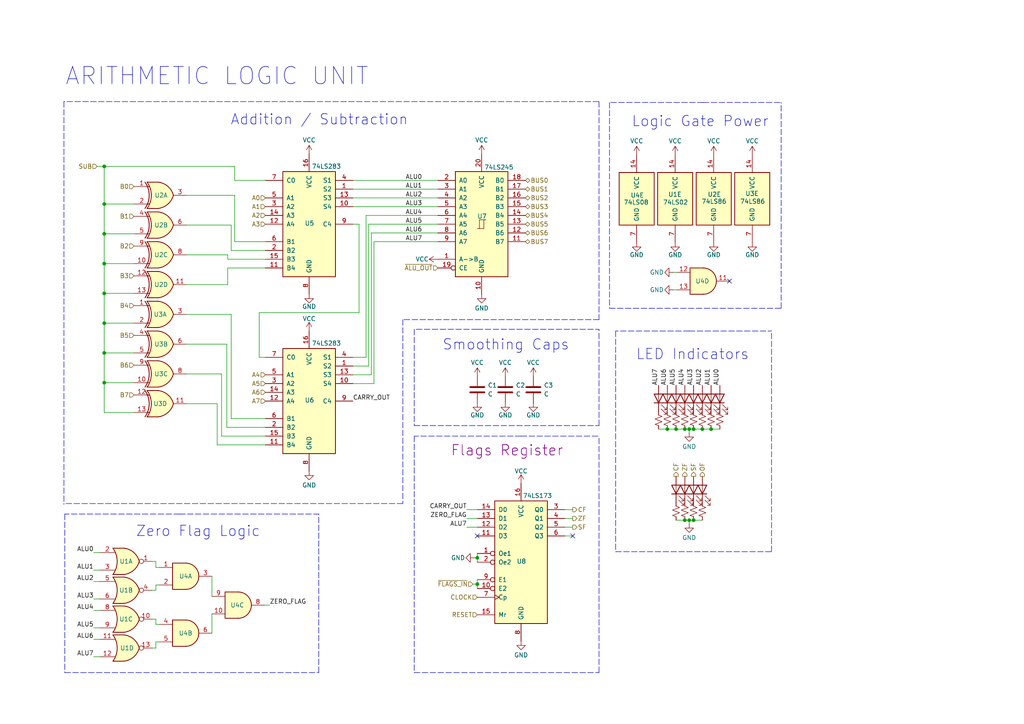
<source format=kicad_sch>
(kicad_sch (version 20211123) (generator eeschema)
  (paper "A4")
  (lib_symbols
    (symbol "74xx:74LS02" (pin_names (offset 1.016))
      (property "Reference" "U" (at 0 1.27 0))
      (property "Value" "74LS02" (at 0 -1.27 0))
      (symbol "74LS02_1_1"
        (pin output inverted (at 7.62 0 180) (length 3.81) (name "~") (number "1"))
        (pin input line (at -7.62 2.54 0) (length 4.318) (name "~") (number "2"))
        (pin input line (at -7.62 -2.54 0) (length 4.318) (name "~") (number "3"))
      )
      (symbol "74LS02_1_2"
        (pin output line (at 7.62 0 180) (length 3.81) (name "~") (number "1"))
        (pin input inverted (at -7.62 2.54 0) (length 3.81) (name "~") (number "2"))
        (pin input inverted (at -7.62 -2.54 0) (length 3.81) (name "~") (number "3"))
      )
      (symbol "74LS02_2_1"
        (pin output inverted (at 7.62 0 180) (length 3.81) (name "~") (number "4"))
        (pin input line (at -7.62 2.54 0) (length 4.318) (name "~") (number "5"))
        (pin input line (at -7.62 -2.54 0) (length 4.318) (name "~") (number "6"))
      )
      (symbol "74LS02_2_2"
        (pin output line (at 7.62 0 180) (length 3.81) (name "~") (number "4"))
        (pin input inverted (at -7.62 2.54 0) (length 3.81) (name "~") (number "5"))
        (pin input inverted (at -7.62 -2.54 0) (length 3.81) (name "~") (number "6"))
      )
      (symbol "74LS02_3_1"
        (pin output inverted (at 7.62 0 180) (length 3.81) (name "~") (number "10"))
        (pin input line (at -7.62 2.54 0) (length 4.318) (name "~") (number "8"))
        (pin input line (at -7.62 -2.54 0) (length 4.318) (name "~") (number "9"))
      )
      (symbol "74LS02_3_2"
        (pin output line (at 7.62 0 180) (length 3.81) (name "~") (number "10"))
        (pin input inverted (at -7.62 2.54 0) (length 3.81) (name "~") (number "8"))
        (pin input inverted (at -7.62 -2.54 0) (length 3.81) (name "~") (number "9"))
      )
      (symbol "74LS02_4_1"
        (pin input line (at -7.62 2.54 0) (length 4.318) (name "~") (number "11"))
        (pin input line (at -7.62 -2.54 0) (length 4.318) (name "~") (number "12"))
        (pin output inverted (at 7.62 0 180) (length 3.81) (name "~") (number "13"))
      )
      (symbol "74LS02_4_2"
        (pin input inverted (at -7.62 2.54 0) (length 3.81) (name "~") (number "11"))
        (pin input inverted (at -7.62 -2.54 0) (length 3.81) (name "~") (number "12"))
        (pin output line (at 7.62 0 180) (length 3.81) (name "~") (number "13"))
      )
      (symbol "74LS02_5_0"
        (pin power_in line (at 0 12.7 270) (length 5.08) (name "VCC") (number "14"))
        (pin power_in line (at 0 -12.7 90) (length 5.08) (name "GND") (number "7"))
      )
    )
    (symbol "74xx:74LS08" (pin_names (offset 1.016))
      (property "Reference" "U" (at 0 1.27 0))
      (property "Value" "74LS08" (at 0 -1.27 0))
      (symbol "74LS08_1_1"
        (pin input line (at -7.62 2.54 0) (length 3.81) (name "~") (number "1"))
        (pin input line (at -7.62 -2.54 0) (length 3.81) (name "~") (number "2"))
        (pin output line (at 7.62 0 180) (length 3.81) (name "~") (number "3"))
      )
      (symbol "74LS08_1_2"
        (pin input inverted (at -7.62 2.54 0) (length 4.318) (name "~") (number "1"))
        (pin input inverted (at -7.62 -2.54 0) (length 4.318) (name "~") (number "2"))
        (pin output inverted (at 7.62 0 180) (length 3.81) (name "~") (number "3"))
      )
      (symbol "74LS08_2_1"
        (pin input line (at -7.62 2.54 0) (length 3.81) (name "~") (number "4"))
        (pin input line (at -7.62 -2.54 0) (length 3.81) (name "~") (number "5"))
        (pin output line (at 7.62 0 180) (length 3.81) (name "~") (number "6"))
      )
      (symbol "74LS08_2_2"
        (pin input inverted (at -7.62 2.54 0) (length 4.318) (name "~") (number "4"))
        (pin input inverted (at -7.62 -2.54 0) (length 4.318) (name "~") (number "5"))
        (pin output inverted (at 7.62 0 180) (length 3.81) (name "~") (number "6"))
      )
      (symbol "74LS08_3_1"
        (pin input line (at -7.62 -2.54 0) (length 3.81) (name "~") (number "10"))
        (pin output line (at 7.62 0 180) (length 3.81) (name "~") (number "8"))
        (pin input line (at -7.62 2.54 0) (length 3.81) (name "~") (number "9"))
      )
      (symbol "74LS08_3_2"
        (pin input inverted (at -7.62 -2.54 0) (length 4.318) (name "~") (number "10"))
        (pin output inverted (at 7.62 0 180) (length 3.81) (name "~") (number "8"))
        (pin input inverted (at -7.62 2.54 0) (length 4.318) (name "~") (number "9"))
      )
      (symbol "74LS08_4_1"
        (pin output line (at 7.62 0 180) (length 3.81) (name "~") (number "11"))
        (pin input line (at -7.62 2.54 0) (length 3.81) (name "~") (number "12"))
        (pin input line (at -7.62 -2.54 0) (length 3.81) (name "~") (number "13"))
      )
      (symbol "74LS08_4_2"
        (pin output inverted (at 7.62 0 180) (length 3.81) (name "~") (number "11"))
        (pin input inverted (at -7.62 2.54 0) (length 4.318) (name "~") (number "12"))
        (pin input inverted (at -7.62 -2.54 0) (length 4.318) (name "~") (number "13"))
      )
      (symbol "74LS08_5_0"
        (pin power_in line (at 0 12.7 270) (length 5.08) (name "VCC") (number "14"))
        (pin power_in line (at 0 -12.7 90) (length 5.08) (name "GND") (number "7"))
      )
    )
    (symbol "74xx:74LS173" (pin_names (offset 1.016))
      (property "Reference" "U" (at -7.62 19.05 0))
      (property "Value" "74LS173" (at -7.62 -19.05 0))
      (symbol "74LS173_1_0"
        (pin input inverted (at -12.7 2.54 0) (length 5.08) (name "Oe1") (number "1"))
        (pin input inverted (at -12.7 -7.62 0) (length 5.08) (name "E2") (number "10"))
        (pin input line (at -12.7 7.62 0) (length 5.08) (name "D3") (number "11"))
        (pin input line (at -12.7 10.16 0) (length 5.08) (name "D2") (number "12"))
        (pin input line (at -12.7 12.7 0) (length 5.08) (name "D1") (number "13"))
        (pin input line (at -12.7 15.24 0) (length 5.08) (name "D0") (number "14"))
        (pin input line (at -12.7 -15.24 0) (length 5.08) (name "Mr") (number "15"))
        (pin power_in line (at 0 22.86 270) (length 5.08) (name "VCC") (number "16"))
        (pin input inverted (at -12.7 0 0) (length 5.08) (name "Oe2") (number "2"))
        (pin tri_state line (at 12.7 15.24 180) (length 5.08) (name "Q0") (number "3"))
        (pin tri_state line (at 12.7 12.7 180) (length 5.08) (name "Q1") (number "4"))
        (pin tri_state line (at 12.7 10.16 180) (length 5.08) (name "Q2") (number "5"))
        (pin tri_state line (at 12.7 7.62 180) (length 5.08) (name "Q3") (number "6"))
        (pin input clock (at -12.7 -10.16 0) (length 5.08) (name "Cp") (number "7"))
        (pin power_in line (at 0 -22.86 90) (length 5.08) (name "GND") (number "8"))
        (pin input inverted (at -12.7 -5.08 0) (length 5.08) (name "E1") (number "9"))
      )
    )
    (symbol "74xx:74LS245" (pin_names (offset 1.016))
      (property "Reference" "U" (at -7.62 16.51 0))
      (property "Value" "74LS245" (at -7.62 -16.51 0))
      (symbol "74LS245_1_0"
        (pin input line (at -12.7 -10.16 0) (length 5.08) (name "A->B") (number "1"))
        (pin power_in line (at 0 -20.32 90) (length 5.08) (name "GND") (number "10"))
        (pin tri_state line (at 12.7 -5.08 180) (length 5.08) (name "B7") (number "11"))
        (pin tri_state line (at 12.7 -2.54 180) (length 5.08) (name "B6") (number "12"))
        (pin tri_state line (at 12.7 0 180) (length 5.08) (name "B5") (number "13"))
        (pin tri_state line (at 12.7 2.54 180) (length 5.08) (name "B4") (number "14"))
        (pin tri_state line (at 12.7 5.08 180) (length 5.08) (name "B3") (number "15"))
        (pin tri_state line (at 12.7 7.62 180) (length 5.08) (name "B2") (number "16"))
        (pin tri_state line (at 12.7 10.16 180) (length 5.08) (name "B1") (number "17"))
        (pin tri_state line (at 12.7 12.7 180) (length 5.08) (name "B0") (number "18"))
        (pin input inverted (at -12.7 -12.7 0) (length 5.08) (name "CE") (number "19"))
        (pin tri_state line (at -12.7 12.7 0) (length 5.08) (name "A0") (number "2"))
        (pin power_in line (at 0 20.32 270) (length 5.08) (name "VCC") (number "20"))
        (pin tri_state line (at -12.7 10.16 0) (length 5.08) (name "A1") (number "3"))
        (pin tri_state line (at -12.7 7.62 0) (length 5.08) (name "A2") (number "4"))
        (pin tri_state line (at -12.7 5.08 0) (length 5.08) (name "A3") (number "5"))
        (pin tri_state line (at -12.7 2.54 0) (length 5.08) (name "A4") (number "6"))
        (pin tri_state line (at -12.7 0 0) (length 5.08) (name "A5") (number "7"))
        (pin tri_state line (at -12.7 -2.54 0) (length 5.08) (name "A6") (number "8"))
        (pin tri_state line (at -12.7 -5.08 0) (length 5.08) (name "A7") (number "9"))
      )
    )
    (symbol "74xx:74LS283" (pin_names (offset 1.016))
      (property "Reference" "U" (at -7.62 16.51 0))
      (property "Value" "74LS283" (at -7.62 -16.51 0))
      (symbol "74LS283_1_0"
        (pin output line (at 12.7 10.16 180) (length 5.08) (name "S2") (number "1"))
        (pin output line (at 12.7 5.08 180) (length 5.08) (name "S4") (number "10"))
        (pin input line (at -12.7 -12.7 0) (length 5.08) (name "B4") (number "11"))
        (pin input line (at -12.7 0 0) (length 5.08) (name "A4") (number "12"))
        (pin output line (at 12.7 7.62 180) (length 5.08) (name "S3") (number "13"))
        (pin input line (at -12.7 2.54 0) (length 5.08) (name "A3") (number "14"))
        (pin input line (at -12.7 -10.16 0) (length 5.08) (name "B3") (number "15"))
        (pin power_in line (at 0 20.32 270) (length 5.08) (name "VCC") (number "16"))
        (pin input line (at -12.7 -7.62 0) (length 5.08) (name "B2") (number "2"))
        (pin input line (at -12.7 5.08 0) (length 5.08) (name "A2") (number "3"))
        (pin output line (at 12.7 12.7 180) (length 5.08) (name "S1") (number "4"))
        (pin input line (at -12.7 7.62 0) (length 5.08) (name "A1") (number "5"))
        (pin input line (at -12.7 -5.08 0) (length 5.08) (name "B1") (number "6"))
        (pin input line (at -12.7 12.7 0) (length 5.08) (name "C0") (number "7"))
        (pin power_in line (at 0 -20.32 90) (length 5.08) (name "GND") (number "8"))
        (pin output line (at 12.7 0 180) (length 5.08) (name "C4") (number "9"))
      )
    )
    (symbol "74xx:74LS86" (pin_names (offset 1.016))
      (property "Reference" "U" (at 0 1.27 0))
      (property "Value" "74LS86" (at 0 -1.27 0))
      (symbol "74LS86_1_0"
        (pin input line (at -7.62 2.54 0) (length 4.445) (name "~") (number "1"))
        (pin input line (at -7.62 -2.54 0) (length 4.445) (name "~") (number "2"))
        (pin output line (at 7.62 0 180) (length 3.81) (name "~") (number "3"))
      )
      (symbol "74LS86_2_0"
        (pin input line (at -7.62 2.54 0) (length 4.445) (name "~") (number "4"))
        (pin input line (at -7.62 -2.54 0) (length 4.445) (name "~") (number "5"))
        (pin output line (at 7.62 0 180) (length 3.81) (name "~") (number "6"))
      )
      (symbol "74LS86_3_0"
        (pin input line (at -7.62 -2.54 0) (length 4.445) (name "~") (number "10"))
        (pin output line (at 7.62 0 180) (length 3.81) (name "~") (number "8"))
        (pin input line (at -7.62 2.54 0) (length 4.445) (name "~") (number "9"))
      )
      (symbol "74LS86_4_0"
        (pin output line (at 7.62 0 180) (length 3.81) (name "~") (number "11"))
        (pin input line (at -7.62 2.54 0) (length 4.445) (name "~") (number "12"))
        (pin input line (at -7.62 -2.54 0) (length 4.445) (name "~") (number "13"))
      )
      (symbol "74LS86_5_0"
        (pin power_in line (at 0 12.7 270) (length 5.08) (name "VCC") (number "14"))
        (pin power_in line (at 0 -12.7 90) (length 5.08) (name "GND") (number "7"))
      )
    )
    (symbol "Device:C" (pin_numbers hide) (pin_names (offset 0.254))
      (property "Reference" "C" (at 0.635 2.54 0))
      (property "Value" "C" (at 0.635 -2.54 0))
      (symbol "C_1_1"
        (pin passive line (at 0 3.81 270) (length 2.794) (name "~") (number "1"))
        (pin passive line (at 0 -3.81 90) (length 2.794) (name "~") (number "2"))
      )
    )
    (symbol "Device:LED" (pin_numbers hide) (pin_names (offset 1.016) hide)
      (property "Reference" "D" (at 0 2.54 0))
      (property "Value" "LED" (at 0 -2.54 0))
      (symbol "LED_1_1"
        (pin passive line (at -3.81 0 0) (length 2.54) (name "K") (number "1"))
        (pin passive line (at 3.81 0 180) (length 2.54) (name "A") (number "2"))
      )
    )
    (symbol "Device:R_Small_US" (pin_numbers hide) (pin_names (offset 0.254) hide)
      (property "Reference" "R" (at 0.762 0.508 0))
      (property "Value" "R_Small_US" (at 0.762 -1.016 0))
      (symbol "R_Small_US_1_1"
        (pin passive line (at 0 2.54 270) (length 1.016) (name "~") (number "1"))
        (pin passive line (at 0 -2.54 90) (length 1.016) (name "~") (number "2"))
      )
    )
    (symbol "power:GND" (power) (pin_names (offset 0))
      (property "Value" "GND" (at 0 -3.81 0))
      (symbol "GND_1_1"
        (pin power_in line (at 0 0 270) (length 0) hide (name "GND") (number "1"))
      )
    )
    (symbol "power:VCC" (power) (pin_names (offset 0))
      (property "Value" "VCC" (at 0 3.81 0))
      (symbol "VCC_1_1"
        (pin power_in line (at 0 0 90) (length 0) hide (name "VCC") (number "1"))
      )
    )
  )
  (junction (at 203.708 124.46))
  (junction (at 30.226 110.998))
  (junction (at 196.088 124.46))
  (junction (at 30.226 48.26))
  (junction (at 138.43 169.418))
  (junction (at 201.168 150.876))
  (junction (at 193.548 124.46))
  (junction (at 30.226 76.454))
  (junction (at 198.628 124.46))
  (junction (at 138.43 161.798))
  (junction (at 198.628 150.876))
  (junction (at 30.226 85.09))
  (junction (at 199.898 124.46))
  (junction (at 201.168 124.46))
  (junction (at 30.226 67.818))
  (junction (at 199.898 150.876))
  (junction (at 30.226 93.726))
  (junction (at 206.248 124.46))
  (junction (at 30.226 102.362))
  (junction (at 30.226 59.182))
  (no_connect (at 211.582 81.534))
  (no_connect (at 166.116 155.448))
  (no_connect (at 138.43 155.448))
  (wire (pts (xy 30.226 59.182) (xy 30.226 67.818)))
  (wire (pts (xy 30.226 102.362) (xy 30.226 93.726)))
  (wire (pts (xy 27.178 168.656) (xy 28.956 168.656)))
  (wire (pts (xy 27.178 185.42) (xy 28.956 185.42)))
  (polyline (pts (xy 165.1 29.464) (xy 173.736 29.464)))
  (wire (pts (xy 54.102 117.094) (xy 62.992 117.094)))
  (wire (pts (xy 135.382 152.908) (xy 138.43 152.908)))
  (wire (pts (xy 127 65.024) (xy 106.934 65.024)))
  (wire (pts (xy 45.212 164.592) (xy 45.212 162.814)))
  (wire (pts (xy 30.226 119.634) (xy 30.226 110.998)))
  (wire (pts (xy 27.178 190.5) (xy 28.956 190.5)))
  (wire (pts (xy 75.184 90.678) (xy 75.184 103.632)))
  (polyline (pts (xy 151.13 126.492) (xy 120.142 126.492)))
  (wire (pts (xy 106.172 103.632) (xy 106.172 62.484)))
  (polyline (pts (xy 199.898 96.012) (xy 223.774 96.012)))
  (wire (pts (xy 66.04 77.724) (xy 76.962 77.724)))
  (wire (pts (xy 195.326 84.074) (xy 196.342 84.074)))
  (polyline (pts (xy 176.784 89.408) (xy 226.568 89.408)))
  (wire (pts (xy 54.102 65.278) (xy 67.056 65.278)))
  (wire (pts (xy 201.168 124.46) (xy 203.708 124.46)))
  (polyline (pts (xy 151.13 126.492) (xy 173.736 126.492)))
  (wire (pts (xy 45.212 171.196) (xy 44.196 171.196)))
  (wire (pts (xy 30.226 67.818) (xy 38.862 67.818)))
  (wire (pts (xy 46.228 186.182) (xy 45.212 186.182)))
  (polyline (pts (xy 203.962 29.718) (xy 176.784 29.718)))
  (wire (pts (xy 54.102 56.642) (xy 68.072 56.642)))
  (polyline (pts (xy 120.142 95.504) (xy 120.142 123.444)))
  (polyline (pts (xy 92.456 195.072) (xy 92.456 149.098)))
  (wire (pts (xy 198.628 124.46) (xy 199.898 124.46)))
  (wire (pts (xy 67.056 121.412) (xy 67.056 91.186)))
  (polyline (pts (xy 52.07 149.098) (xy 92.456 149.098)))
  (wire (pts (xy 30.226 85.09) (xy 30.226 76.454)))
  (wire (pts (xy 76.962 126.492) (xy 64.262 126.492)))
  (wire (pts (xy 138.43 169.418) (xy 138.43 170.688)))
  (wire (pts (xy 137.668 161.798) (xy 138.43 161.798)))
  (wire (pts (xy 163.83 155.448) (xy 166.116 155.448)))
  (polyline (pts (xy 173.736 92.71) (xy 116.84 92.71)))
  (wire (pts (xy 107.696 108.712) (xy 107.696 67.564)))
  (polyline (pts (xy 120.142 126.492) (xy 120.142 195.072)))
  (polyline (pts (xy 52.07 149.098) (xy 18.796 149.098)))
  (wire (pts (xy 137.16 169.418) (xy 138.43 169.418)))
  (wire (pts (xy 76.708 175.514) (xy 78.232 175.514)))
  (wire (pts (xy 102.362 57.404) (xy 127 57.404)))
  (wire (pts (xy 66.04 82.55) (xy 66.04 77.724)))
  (wire (pts (xy 199.898 124.46) (xy 199.898 125.476)))
  (wire (pts (xy 38.862 76.454) (xy 30.226 76.454)))
  (polyline (pts (xy 138.43 95.504) (xy 120.142 95.504)))
  (wire (pts (xy 68.072 56.642) (xy 68.072 70.104)))
  (wire (pts (xy 45.212 179.578) (xy 44.196 179.578)))
  (wire (pts (xy 106.172 62.484) (xy 127 62.484)))
  (wire (pts (xy 199.898 124.46) (xy 201.168 124.46)))
  (wire (pts (xy 76.962 70.104) (xy 68.072 70.104)))
  (wire (pts (xy 30.226 110.998) (xy 30.226 102.362)))
  (polyline (pts (xy 116.84 146.05) (xy 18.542 146.05)))
  (wire (pts (xy 27.178 182.118) (xy 28.956 182.118)))
  (wire (pts (xy 76.962 121.412) (xy 67.056 121.412)))
  (wire (pts (xy 68.072 48.26) (xy 30.226 48.26)))
  (wire (pts (xy 62.992 129.032) (xy 76.962 129.032)))
  (wire (pts (xy 102.362 65.024) (xy 104.14 65.024)))
  (wire (pts (xy 67.056 72.644) (xy 76.962 72.644)))
  (wire (pts (xy 30.226 48.26) (xy 30.226 59.182)))
  (wire (pts (xy 75.184 103.632) (xy 76.962 103.632)))
  (wire (pts (xy 102.362 103.632) (xy 106.172 103.632)))
  (wire (pts (xy 196.088 124.46) (xy 198.628 124.46)))
  (wire (pts (xy 138.43 160.528) (xy 138.43 161.798)))
  (wire (pts (xy 45.212 181.102) (xy 45.212 179.578)))
  (polyline (pts (xy 18.542 29.464) (xy 18.542 146.304)))
  (polyline (pts (xy 138.43 95.504) (xy 173.736 95.504)))
  (wire (pts (xy 27.178 160.274) (xy 28.956 160.274)))
  (polyline (pts (xy 173.736 195.072) (xy 173.736 126.492)))
  (wire (pts (xy 163.83 147.828) (xy 166.116 147.828)))
  (wire (pts (xy 65.786 123.952) (xy 76.962 123.952)))
  (wire (pts (xy 27.178 165.354) (xy 28.956 165.354)))
  (polyline (pts (xy 178.562 160.02) (xy 223.774 160.02)))
  (wire (pts (xy 64.262 108.458) (xy 54.102 108.458)))
  (wire (pts (xy 28.194 48.26) (xy 30.226 48.26)))
  (wire (pts (xy 104.14 90.678) (xy 75.184 90.678)))
  (wire (pts (xy 61.468 167.132) (xy 61.468 172.974)))
  (wire (pts (xy 206.248 124.46) (xy 208.788 124.46)))
  (wire (pts (xy 54.102 82.55) (xy 66.04 82.55)))
  (polyline (pts (xy 173.736 29.464) (xy 173.736 92.71)))
  (wire (pts (xy 38.862 110.998) (xy 30.226 110.998)))
  (wire (pts (xy 45.212 169.672) (xy 45.212 171.196)))
  (wire (pts (xy 106.934 106.172) (xy 102.362 106.172)))
  (wire (pts (xy 38.862 119.634) (xy 30.226 119.634)))
  (wire (pts (xy 201.168 150.876) (xy 203.708 150.876)))
  (wire (pts (xy 108.458 70.104) (xy 108.458 111.252)))
  (polyline (pts (xy 223.774 160.02) (xy 223.774 96.012)))
  (polyline (pts (xy 226.568 89.408) (xy 226.568 29.718)))
  (polyline (pts (xy 120.142 195.072) (xy 173.736 195.072)))
  (wire (pts (xy 38.862 59.182) (xy 30.226 59.182)))
  (wire (pts (xy 62.992 117.094) (xy 62.992 129.032)))
  (polyline (pts (xy 18.796 149.098) (xy 18.796 195.072)))
  (wire (pts (xy 38.862 85.09) (xy 30.226 85.09)))
  (wire (pts (xy 30.226 76.454) (xy 30.226 67.818)))
  (polyline (pts (xy 176.784 29.718) (xy 176.784 89.408)))
  (wire (pts (xy 108.458 111.252) (xy 102.362 111.252)))
  (wire (pts (xy 203.708 124.46) (xy 206.248 124.46)))
  (wire (pts (xy 76.962 52.324) (xy 68.072 52.324)))
  (wire (pts (xy 45.212 187.96) (xy 44.196 187.96)))
  (wire (pts (xy 46.228 164.592) (xy 45.212 164.592)))
  (wire (pts (xy 67.056 65.278) (xy 67.056 72.644)))
  (wire (pts (xy 46.228 169.672) (xy 45.212 169.672)))
  (wire (pts (xy 104.14 65.024) (xy 104.14 90.678)))
  (wire (pts (xy 163.83 150.368) (xy 166.116 150.368)))
  (wire (pts (xy 193.548 124.46) (xy 196.088 124.46)))
  (wire (pts (xy 38.862 93.726) (xy 30.226 93.726)))
  (wire (pts (xy 65.786 99.822) (xy 65.786 123.952)))
  (polyline (pts (xy 120.142 123.444) (xy 173.736 123.444)))
  (wire (pts (xy 199.898 150.876) (xy 201.168 150.876)))
  (wire (pts (xy 27.178 177.038) (xy 28.956 177.038)))
  (wire (pts (xy 66.04 75.184) (xy 66.04 73.914)))
  (polyline (pts (xy 178.562 96.012) (xy 178.562 160.02)))
  (polyline (pts (xy 203.962 29.718) (xy 226.568 29.718)))
  (wire (pts (xy 138.43 161.798) (xy 138.43 163.068)))
  (wire (pts (xy 191.008 124.46) (xy 193.548 124.46)))
  (wire (pts (xy 38.862 102.362) (xy 30.226 102.362)))
  (polyline (pts (xy 173.736 123.444) (xy 173.736 95.504)))
  (wire (pts (xy 102.362 54.864) (xy 127 54.864)))
  (wire (pts (xy 196.088 150.876) (xy 198.628 150.876)))
  (wire (pts (xy 135.382 150.368) (xy 138.43 150.368)))
  (wire (pts (xy 102.362 59.944) (xy 127 59.944)))
  (wire (pts (xy 30.226 93.726) (xy 30.226 85.09)))
  (wire (pts (xy 45.212 162.814) (xy 44.196 162.814)))
  (wire (pts (xy 27.178 173.736) (xy 28.956 173.736)))
  (wire (pts (xy 76.962 75.184) (xy 66.04 75.184)))
  (wire (pts (xy 195.326 78.994) (xy 196.342 78.994)))
  (wire (pts (xy 66.04 73.914) (xy 54.102 73.914)))
  (polyline (pts (xy 89.662 29.464) (xy 165.354 29.464)))
  (wire (pts (xy 107.696 67.564) (xy 127 67.564)))
  (wire (pts (xy 163.83 152.908) (xy 166.116 152.908)))
  (wire (pts (xy 61.468 178.054) (xy 61.468 183.642)))
  (wire (pts (xy 138.43 168.148) (xy 138.43 169.418)))
  (wire (pts (xy 46.228 181.102) (xy 45.212 181.102)))
  (wire (pts (xy 45.212 186.182) (xy 45.212 187.96)))
  (wire (pts (xy 106.934 65.024) (xy 106.934 106.172)))
  (polyline (pts (xy 18.796 195.072) (xy 92.456 195.072)))
  (polyline (pts (xy 199.898 96.012) (xy 178.562 96.012)))
  (wire (pts (xy 68.072 52.324) (xy 68.072 48.26)))
  (wire (pts (xy 127 70.104) (xy 108.458 70.104)))
  (wire (pts (xy 64.262 126.492) (xy 64.262 108.458)))
  (polyline (pts (xy 89.662 29.464) (xy 18.542 29.464)))
  (wire (pts (xy 102.362 52.324) (xy 127 52.324)))
  (wire (pts (xy 102.362 108.712) (xy 107.696 108.712)))
  (wire (pts (xy 198.628 150.876) (xy 199.898 150.876)))
  (wire (pts (xy 67.056 91.186) (xy 54.102 91.186)))
  (polyline (pts (xy 116.84 92.71) (xy 116.84 146.05)))
  (wire (pts (xy 54.102 99.822) (xy 65.786 99.822)))
  (wire (pts (xy 135.382 147.828) (xy 138.43 147.828)))
  (wire (pts (xy 199.898 151.892) (xy 199.898 150.876)))
  (text "Addition / Subtraction" (at 66.802 36.576 0) (effects (font (size 3 3)) (justify left bottom)))
  (text "Logic Gate Power" (at 183.134 37.084 0) (effects (font (size 3 3)) (justify left bottom)))
  (text "ARITHMETIC LOGIC UNIT" (at 18.796 25.146 0) (effects (font (size 5 5)) (justify left bottom)))
  (text "LED Indicators" (at 184.404 104.648 0) (effects (font (size 3 3)) (justify left bottom)))
  (text "Smoothing Caps" (at 128.27 101.854 0) (effects (font (size 3 3)) (justify left bottom)))
  (text "Zero Flag Logic" (at 39.37 155.956 0) (effects (font (size 3 3)) (justify left bottom)))
  (label "ALU5" (at 27.178 182.118 180))
  (label "ZERO_FLAG" (at 78.232 175.514 0))
  (label "ALU5" (at 196.088 111.76 90))
  (label "ALU0" (at 117.602 52.324 0))
  (label "ALU7" (at 191.008 111.76 90))
  (label "ALU3" (at 117.602 59.944 0))
  (label "ALU5" (at 117.602 65.024 0))
  (label "ALU1" (at 206.248 111.76 90))
  (label "ALU7" (at 27.178 190.5 180))
  (label "ALU6" (at 27.178 185.42 180))
  (label "ALU2" (at 117.602 57.404 0))
  (label "ALU4" (at 198.628 111.76 90))
  (label "ALU6" (at 117.602 67.564 0))
  (label "ALU3" (at 201.168 111.76 90))
  (label "CARRY_OUT" (at 102.362 116.332 0))
  (label "ALU1" (at 27.178 165.354 180))
  (label "ZERO_FLAG" (at 135.382 150.368 180))
  (label "ALU2" (at 203.708 111.76 90))
  (label "CARRY_OUT" (at 135.382 147.828 180))
  (label "ALU4" (at 27.178 177.038 180))
  (label "ALU2" (at 27.178 168.656 180))
  (label "ALU7" (at 117.602 70.104 0))
  (label "ALU7" (at 135.382 152.908 180))
  (label "ALU3" (at 27.178 173.736 180))
  (label "ALU1" (at 117.602 54.864 0))
  (label "ALU0" (at 27.178 160.274 180))
  (label "ALU6" (at 193.548 111.76 90))
  (label "ALU4" (at 117.602 62.484 0))
  (label "ALU0" (at 208.788 111.76 90))
  (hierarchical_label "SF" (shape output) (at 166.116 152.908 0))
  (hierarchical_label "CF" (shape output) (at 196.088 138.176 90))
  (hierarchical_label "A3" (shape input) (at 76.962 65.024 180))
  (hierarchical_label "CLOCK" (shape input) (at 138.43 173.228 180))
  (hierarchical_label "BUS4" (shape tri_state) (at 152.4 62.484 0))
  (hierarchical_label "~{ALU_OUT}" (shape input) (at 127 77.724 180))
  (hierarchical_label "A2" (shape input) (at 76.962 62.484 180))
  (hierarchical_label "BUS0" (shape tri_state) (at 152.4 52.324 0))
  (hierarchical_label "B4" (shape input) (at 38.862 88.646 180))
  (hierarchical_label "~{FLAGS_IN}" (shape input) (at 137.16 169.418 180))
  (hierarchical_label "A1" (shape input) (at 76.962 59.944 180))
  (hierarchical_label "BUS2" (shape tri_state) (at 152.4 57.404 0))
  (hierarchical_label "A6" (shape input) (at 76.962 113.792 180))
  (hierarchical_label "ZF" (shape output) (at 198.628 138.176 90))
  (hierarchical_label "BUS1" (shape tri_state) (at 152.4 54.864 0))
  (hierarchical_label "B6" (shape input) (at 38.862 105.918 180))
  (hierarchical_label "BUS3" (shape tri_state) (at 152.4 59.944 0))
  (hierarchical_label "B0" (shape input) (at 38.862 54.102 180))
  (hierarchical_label "ZF" (shape output) (at 166.116 150.368 0))
  (hierarchical_label "B3" (shape input) (at 38.862 80.01 180))
  (hierarchical_label "SUB" (shape input) (at 28.194 48.26 180))
  (hierarchical_label "OF" (shape output) (at 203.708 138.176 90))
  (hierarchical_label "BUS7" (shape tri_state) (at 152.4 70.104 0))
  (hierarchical_label "A7" (shape input) (at 76.962 116.332 180))
  (hierarchical_label "CF" (shape output) (at 166.116 147.828 0))
  (hierarchical_label "B2" (shape input) (at 38.862 71.374 180))
  (hierarchical_label "B5" (shape input) (at 38.862 97.282 180))
  (hierarchical_label "BUS6" (shape tri_state) (at 152.4 67.564 0))
  (hierarchical_label "RESET" (shape input) (at 138.43 178.308 180))
  (hierarchical_label "B1" (shape input) (at 38.862 62.738 180))
  (hierarchical_label "SF" (shape output) (at 201.168 138.176 90))
  (hierarchical_label "B7" (shape input) (at 38.862 114.554 180))
  (hierarchical_label "A4" (shape input) (at 76.962 108.712 180))
  (hierarchical_label "BUS5" (shape tri_state) (at 152.4 65.024 0))
  (hierarchical_label "A5" (shape input) (at 76.962 111.252 180))
  (hierarchical_label "A0" (shape input) (at 76.962 57.404 180))
  (symbol (lib_id "Device:R_Small_US") (at 201.168 121.92 0) (unit 1)
    (property "Reference" "R7" (effects hide))
    (property "Value" "R_Small_US" (effects hide))
    (property "Footprint" "Resistor_SMD:R_0805_2012Metric" (effects hide))
  )
  (symbol (lib_id "power:VCC") (at 207.01 44.958 0) (unit 1)
    (property "Reference" "#PWR025" (effects hide))
    (property "Value" "VCC" (at 207.01 40.894 0))
  )
  (symbol (lib_id "74xx:74LS86") (at 46.482 91.186 0) (unit 1)
    (property "Reference" "U3" (at 46.482 91.186 0))
    (property "Value" "74LS86" (effects hide))
    (property "Datasheet" "74xx/74ls86.pdf" (effects hide))
  )
  (symbol (lib_id "Device:R_Small_US") (at 203.708 121.92 0) (unit 1)
    (property "Reference" "R9" (effects hide))
    (property "Value" "R_Small_US" (effects hide))
    (property "Footprint" "Resistor_SMD:R_0805_2012Metric" (effects hide))
  )
  (symbol (lib_id "power:GND") (at 146.558 116.84 0) (unit 1)
    (property "Reference" "#PWR012" (effects hide))
    (property "Value" "GND" (at 146.558 120.396 0))
  )
  (symbol (lib_id "Device:R_Small_US") (at 203.708 148.336 0) (unit 1)
    (property "Reference" "R10" (effects hide))
    (property "Value" "R_Small_US" (effects hide))
    (property "Footprint" "Resistor_SMD:R_0805_2012Metric" (effects hide))
  )
  (symbol (lib_id "Device:R_Small_US") (at 201.168 148.336 0) (unit 1)
    (property "Reference" "R8" (effects hide))
    (property "Value" "R_Small_US" (effects hide))
    (property "Footprint" "Resistor_SMD:R_0805_2012Metric" (effects hide))
  )
  (symbol (lib_id "Device:R_Small_US") (at 193.548 121.92 0) (unit 1)
    (property "Reference" "R2" (effects hide))
    (property "Value" "R_Small_US" (effects hide))
    (property "Footprint" "Resistor_SMD:R_0805_2012Metric" (effects hide))
  )
  (symbol (lib_id "74xx:74LS08") (at 184.658 57.658 0) (unit 5)
    (property "Reference" "U4" (at 182.88 56.642 0) (effects (justify left)))
    (property "Value" "74LS08" (at 180.848 58.674 0) (effects (justify left)))
    (property "Footprint" "Package_SO:TSSOP-14_4.4x5mm_P0.65mm" (effects hide))
    (property "Datasheet" "http://www.ti.com/lit/gpn/sn74LS08" (effects hide))
  )
  (symbol (lib_id "74xx:74LS86") (at 46.482 65.278 0) (unit 2)
    (property "Reference" "U2" (at 46.736 65.278 0))
    (property "Value" "74LS86" (effects hide))
    (property "Datasheet" "74xx/74ls86.pdf" (effects hide))
  )
  (symbol (lib_id "74xx:74LS173") (at 151.13 163.068 0) (unit 1)
    (property "Reference" "U8" (at 149.86 162.814 0) (effects (justify left)))
    (property "Value" "74LS173" (at 151.638 143.764 0) (effects (justify left)))
    (property "Footprint" "Package_SO:TSSOP-16_4.4x5mm_P0.65mm" (effects hide))
    (property "Datasheet" "http://www.ti.com/lit/gpn/sn74LS173" (effects hide))
    (property "Field4" "Flags Register" (at 147.066 130.556 0) (effects (font (size 3 3))))
  )
  (symbol (lib_id "power:VCC") (at 139.7 44.704 0) (unit 1)
    (property "Reference" "#PWR09" (effects hide))
    (property "Value" "VCC" (at 139.7 40.64 0))
  )
  (symbol (lib_id "power:VCC") (at 89.662 44.704 0) (unit 1)
    (property "Reference" "#PWR01" (effects hide))
    (property "Value" "VCC" (at 89.662 40.64 0))
  )
  (symbol (lib_id "Device:C") (at 146.558 113.03 0) (unit 1)
    (property "Reference" "C2" (at 149.606 111.7599 0) (effects (justify left)))
    (property "Value" "C" (at 149.606 114.2999 0) (effects (justify left)))
    (property "Footprint" "Capacitor_SMD:C_0805_2012Metric" (effects hide))
  )
  (symbol (lib_id "Device:R_Small_US") (at 196.088 121.92 0) (unit 1)
    (property "Reference" "R3" (effects hide))
    (property "Value" "R_Small_US" (effects hide))
    (property "Footprint" "Resistor_SMD:R_0805_2012Metric" (effects hide))
  )
  (symbol (lib_id "Device:LED") (at 201.168 115.57 90) (unit 1)
    (property "Reference" "D7" (effects hide))
    (property "Value" "LED" (effects hide))
    (property "Footprint" "LED_SMD:LED_0805_2012Metric" (effects hide))
  )
  (symbol (lib_id "74xx:74LS08") (at 53.848 167.132 0) (unit 1)
    (property "Reference" "U4" (at 53.848 167.132 0))
    (property "Value" "74LS08" (effects hide))
    (property "Footprint" "Package_SO:TSSOP-14_4.4x5mm_P0.65mm" (effects hide))
    (property "Datasheet" "http://www.ti.com/lit/gpn/sn74LS08" (effects hide))
  )
  (symbol (lib_id "74xx:74LS86") (at 46.482 108.458 0) (unit 3)
    (property "Reference" "U3" (at 46.736 108.458 0))
    (property "Value" "74LS86" (effects hide))
    (property "Datasheet" "74xx/74ls86.pdf" (effects hide))
  )
  (symbol (lib_id "power:GND") (at 218.186 70.358 0) (unit 1)
    (property "Reference" "#PWR028" (effects hide))
    (property "Value" "GND" (at 218.186 73.914 0))
  )
  (symbol (lib_id "Device:C") (at 138.43 113.03 0) (unit 1)
    (property "Reference" "C1" (at 141.478 111.7599 0) (effects (justify left)))
    (property "Value" "C" (at 141.478 114.2999 0) (effects (justify left)))
    (property "Footprint" "Capacitor_SMD:C_0805_2012Metric" (effects hide))
  )
  (symbol (lib_id "74xx:74LS86") (at 218.186 57.658 0) (unit 5)
    (property "Reference" "U3" (at 216.154 56.134 0) (effects (justify left)))
    (property "Value" "74LS86" (at 214.63 58.42 0) (effects (justify left)))
    (property "Footprint" "Package_SO:TSSOP-14_4.4x5mm_P0.65mm" (effects hide))
    (property "Datasheet" "74xx/74ls86.pdf" (effects hide))
  )
  (symbol (lib_id "74xx:74LS02") (at 36.576 171.196 0) (unit 2)
    (property "Reference" "U1" (at 36.576 171.196 0))
    (property "Value" "74LS02" (effects hide))
    (property "Datasheet" "http://www.ti.com/lit/gpn/sn74ls02" (effects hide))
  )
  (symbol (lib_id "74xx:74LS08") (at 69.088 175.514 0) (unit 3)
    (property "Reference" "U4" (at 68.834 175.514 0))
    (property "Value" "74LS08" (effects hide))
    (property "Footprint" "Package_SO:TSSOP-14_4.4x5mm_P0.65mm" (effects hide))
    (property "Datasheet" "http://www.ti.com/lit/gpn/sn74LS08" (effects hide))
  )
  (symbol (lib_id "74xx:74LS86") (at 46.482 117.094 0) (unit 4)
    (property "Reference" "U3" (at 46.482 117.094 0))
    (property "Value" "74LS86" (effects hide))
    (property "Datasheet" "74xx/74ls86.pdf" (effects hide))
  )
  (symbol (lib_id "74xx:74LS283") (at 89.662 65.024 0) (unit 1)
    (property "Reference" "U5" (at 88.392 64.77 0) (effects (justify left)))
    (property "Value" "74LS283" (at 90.424 48.26 0) (effects (justify left)))
    (property "Footprint" "Package_SO:SOIC-16_3.9x9.9mm_P1.27mm" (effects hide))
    (property "Datasheet" "http://www.ti.com/lit/gpn/sn74LS283" (effects hide))
  )
  (symbol (lib_id "power:VCC") (at 154.686 109.22 0) (unit 1)
    (property "Reference" "#PWR015" (effects hide))
    (property "Value" "VCC" (at 154.686 105.156 0))
  )
  (symbol (lib_id "power:GND") (at 195.834 70.358 0) (unit 1)
    (property "Reference" "#PWR022" (effects hide))
    (property "Value" "GND" (at 195.834 73.914 0))
  )
  (symbol (lib_id "power:GND") (at 195.326 78.994 270) (unit 1)
    (property "Reference" "#PWR019" (effects hide))
    (property "Value" "GND" (at 190.5 78.994 90))
  )
  (symbol (lib_id "Device:LED") (at 191.008 115.57 90) (unit 1)
    (property "Reference" "D1" (effects hide))
    (property "Value" "LED" (effects hide))
    (property "Footprint" "LED_SMD:LED_0805_2012Metric" (effects hide))
  )
  (symbol (lib_id "74xx:74LS86") (at 46.482 99.822 0) (unit 2)
    (property "Reference" "U3" (at 46.736 99.822 0))
    (property "Value" "74LS86" (effects hide))
    (property "Datasheet" "74xx/74ls86.pdf" (effects hide))
  )
  (symbol (lib_id "74xx:74LS02") (at 36.576 187.96 0) (unit 4)
    (property "Reference" "U1" (at 36.83 187.96 0))
    (property "Value" "74LS02" (effects hide))
    (property "Datasheet" "http://www.ti.com/lit/gpn/sn74ls02" (effects hide))
  )
  (symbol (lib_id "Device:LED") (at 196.088 141.986 90) (unit 1)
    (property "Reference" "D4" (effects hide))
    (property "Value" "LED" (effects hide))
    (property "Footprint" "LED_SMD:LED_0805_2012Metric" (effects hide))
  )
  (symbol (lib_id "74xx:74LS245") (at 139.7 65.024 0) (unit 1)
    (property "Reference" "U7" (at 138.43 62.738 0) (effects (justify left)))
    (property "Value" "74LS245" (at 140.462 48.514 0) (effects (justify left)))
    (property "Footprint" "Package_SO:TSSOP-20_4.4x6.5mm_P0.65mm" (effects hide))
    (property "Datasheet" "http://www.ti.com/lit/gpn/sn74LS245" (effects hide))
  )
  (symbol (lib_id "Device:R_Small_US") (at 206.248 121.92 0) (unit 1)
    (property "Reference" "R11" (effects hide))
    (property "Value" "R_Small_US" (effects hide))
    (property "Footprint" "Resistor_SMD:R_0805_2012Metric" (effects hide))
  )
  (symbol (lib_id "power:VCC") (at 89.662 96.012 0) (unit 1)
    (property "Reference" "#PWR03" (effects hide))
    (property "Value" "VCC" (at 89.662 92.456 0))
  )
  (symbol (lib_id "Device:C") (at 154.686 113.03 0) (unit 1)
    (property "Reference" "C3" (at 157.734 111.7599 0) (effects (justify left)))
    (property "Value" "C" (at 157.734 114.2999 0) (effects (justify left)))
    (property "Footprint" "Capacitor_SMD:C_0805_2012Metric" (effects hide))
  )
  (symbol (lib_id "power:VCC") (at 127 75.184 90) (unit 1)
    (property "Reference" "#PWR05" (effects hide))
    (property "Value" "VCC" (at 122.428 75.184 90))
  )
  (symbol (lib_id "power:GND") (at 207.01 70.358 0) (unit 1)
    (property "Reference" "#PWR026" (effects hide))
    (property "Value" "GND" (at 207.01 73.914 0))
  )
  (symbol (lib_id "power:GND") (at 199.898 151.892 0) (unit 1)
    (property "Reference" "#PWR024" (effects hide))
    (property "Value" "GND" (at 199.898 155.956 0))
  )
  (symbol (lib_id "Device:LED") (at 196.088 115.57 90) (unit 1)
    (property "Reference" "D3" (effects hide))
    (property "Value" "LED" (effects hide))
    (property "Footprint" "LED_SMD:LED_0805_2012Metric" (effects hide))
  )
  (symbol (lib_id "power:GND") (at 89.662 136.652 0) (unit 1)
    (property "Reference" "#PWR04" (effects hide))
    (property "Value" "GND" (at 89.662 140.716 0))
  )
  (symbol (lib_id "74xx:74LS08") (at 203.962 81.534 0) (unit 4)
    (property "Reference" "U4" (at 203.708 81.534 0))
    (property "Value" "74LS08" (effects hide))
    (property "Footprint" "Package_SO:TSSOP-14_4.4x5mm_P0.65mm" (effects hide))
    (property "Datasheet" "http://www.ti.com/lit/gpn/sn74LS08" (effects hide))
  )
  (symbol (lib_id "power:GND") (at 138.43 116.84 0) (unit 1)
    (property "Reference" "#PWR08" (effects hide))
    (property "Value" "GND" (at 138.43 120.396 0))
  )
  (symbol (lib_id "74xx:74LS02") (at 36.576 162.814 0) (unit 1)
    (property "Reference" "U1" (at 36.576 162.814 0))
    (property "Value" "74LS02" (effects hide))
    (property "Datasheet" "http://www.ti.com/lit/gpn/sn74ls02" (effects hide))
  )
  (symbol (lib_id "Device:LED") (at 193.548 115.57 90) (unit 1)
    (property "Reference" "D2" (effects hide))
    (property "Value" "LED" (effects hide))
    (property "Footprint" "LED_SMD:LED_0805_2012Metric" (effects hide))
  )
  (symbol (lib_id "power:GND") (at 151.13 185.928 0) (unit 1)
    (property "Reference" "#PWR014" (effects hide))
    (property "Value" "GND" (at 151.13 189.992 0))
  )
  (symbol (lib_id "power:VCC") (at 184.658 44.958 0) (unit 1)
    (property "Reference" "#PWR017" (effects hide))
    (property "Value" "VCC" (at 184.658 40.894 0))
  )
  (symbol (lib_id "Device:R_Small_US") (at 196.088 148.336 0) (unit 1)
    (property "Reference" "R4" (effects hide))
    (property "Value" "R_Small_US" (effects hide))
    (property "Footprint" "Resistor_SMD:R_0805_2012Metric" (effects hide))
  )
  (symbol (lib_id "Device:R_Small_US") (at 191.008 121.92 0) (unit 1)
    (property "Reference" "R1" (effects hide))
    (property "Value" "R_Small_US" (effects hide))
    (property "Footprint" "Resistor_SMD:R_0805_2012Metric" (effects hide))
  )
  (symbol (lib_id "power:VCC") (at 151.13 140.208 0) (unit 1)
    (property "Reference" "#PWR013" (effects hide))
    (property "Value" "VCC" (at 151.13 136.652 0))
  )
  (symbol (lib_id "power:VCC") (at 146.558 109.22 0) (unit 1)
    (property "Reference" "#PWR011" (effects hide))
    (property "Value" "VCC" (at 146.558 105.156 0))
  )
  (symbol (lib_id "power:VCC") (at 195.834 44.958 0) (unit 1)
    (property "Reference" "#PWR021" (effects hide))
    (property "Value" "VCC" (at 195.834 40.894 0))
  )
  (symbol (lib_id "power:GND") (at 137.668 161.798 270) (unit 1)
    (property "Reference" "#PWR06" (effects hide))
    (property "Value" "GND" (at 132.842 161.798 90))
  )
  (symbol (lib_id "74xx:74LS86") (at 207.01 57.658 0) (unit 5)
    (property "Reference" "U2" (at 205.232 56.388 0) (effects (justify left)))
    (property "Value" "74LS86" (at 203.454 58.42 0) (effects (justify left)))
    (property "Footprint" "Package_SO:TSSOP-14_4.4x5mm_P0.65mm" (effects hide))
    (property "Datasheet" "74xx/74ls86.pdf" (effects hide))
  )
  (symbol (lib_id "power:GND") (at 199.898 125.476 0) (unit 1)
    (property "Reference" "#PWR023" (effects hide))
    (property "Value" "GND" (at 199.898 129.54 0))
  )
  (symbol (lib_id "74xx:74LS08") (at 53.848 183.642 0) (unit 2)
    (property "Reference" "U4" (at 53.848 183.642 0))
    (property "Value" "74LS08" (effects hide))
    (property "Footprint" "Package_SO:TSSOP-14_4.4x5mm_P0.65mm" (effects hide))
    (property "Datasheet" "http://www.ti.com/lit/gpn/sn74LS08" (effects hide))
  )
  (symbol (lib_id "power:GND") (at 89.662 85.344 0) (unit 1)
    (property "Reference" "#PWR02" (effects hide))
    (property "Value" "GND" (at 89.662 88.9 0))
  )
  (symbol (lib_id "power:GND") (at 154.686 116.84 0) (unit 1)
    (property "Reference" "#PWR016" (effects hide))
    (property "Value" "GND" (at 154.686 120.396 0))
  )
  (symbol (lib_id "Device:LED") (at 198.628 141.986 90) (unit 1)
    (property "Reference" "D6" (effects hide))
    (property "Value" "LED" (effects hide))
    (property "Footprint" "LED_SMD:LED_0805_2012Metric" (effects hide))
  )
  (symbol (lib_id "74xx:74LS86") (at 46.482 56.642 0) (unit 1)
    (property "Reference" "U2" (at 46.736 56.642 0))
    (property "Value" "74LS86" (effects hide))
    (property "Datasheet" "74xx/74ls86.pdf" (effects hide))
  )
  (symbol (lib_id "Device:LED") (at 203.708 141.986 90) (unit 1)
    (property "Reference" "D10" (effects hide))
    (property "Value" "LED" (effects hide))
    (property "Footprint" "LED_SMD:LED_0805_2012Metric" (effects hide))
  )
  (symbol (lib_id "Device:R_Small_US") (at 208.788 121.92 0) (unit 1)
    (property "Reference" "R12" (effects hide))
    (property "Value" "R_Small_US" (effects hide))
    (property "Footprint" "Resistor_SMD:R_0805_2012Metric" (effects hide))
  )
  (symbol (lib_id "74xx:74LS283") (at 89.662 116.332 0) (unit 1)
    (property "Reference" "U6" (at 88.392 116.078 0) (effects (justify left)))
    (property "Value" "74LS283" (at 90.424 99.568 0) (effects (justify left)))
    (property "Footprint" "Package_SO:SOIC-16_3.9x9.9mm_P1.27mm" (effects hide))
    (property "Datasheet" "http://www.ti.com/lit/gpn/sn74LS283" (effects hide))
  )
  (symbol (lib_id "Device:LED") (at 198.628 115.57 90) (unit 1)
    (property "Reference" "D5" (effects hide))
    (property "Value" "LED" (effects hide))
    (property "Footprint" "LED_SMD:LED_0805_2012Metric" (effects hide))
  )
  (symbol (lib_id "Device:R_Small_US") (at 198.628 148.336 0) (unit 1)
    (property "Reference" "R6" (effects hide))
    (property "Value" "R_Small_US" (effects hide))
    (property "Footprint" "Resistor_SMD:R_0805_2012Metric" (effects hide))
  )
  (symbol (lib_id "power:VCC") (at 218.186 44.958 0) (unit 1)
    (property "Reference" "#PWR027" (effects hide))
    (property "Value" "VCC" (at 218.186 40.894 0))
  )
  (symbol (lib_id "Device:LED") (at 203.708 115.57 90) (unit 1)
    (property "Reference" "D9" (effects hide))
    (property "Value" "LED" (effects hide))
    (property "Footprint" "LED_SMD:LED_0805_2012Metric" (effects hide))
  )
  (symbol (lib_id "Device:LED") (at 208.788 115.57 90) (unit 1)
    (property "Reference" "D12" (effects hide))
    (property "Value" "LED" (effects hide))
    (property "Footprint" "LED_SMD:LED_0805_2012Metric" (effects hide))
  )
  (symbol (lib_id "Device:R_Small_US") (at 198.628 121.92 0) (unit 1)
    (property "Reference" "R5" (effects hide))
    (property "Value" "R_Small_US" (effects hide))
    (property "Footprint" "Resistor_SMD:R_0805_2012Metric" (effects hide))
  )
  (symbol (lib_id "74xx:74LS02") (at 36.576 179.578 0) (unit 3)
    (property "Reference" "U1" (at 36.576 179.578 0))
    (property "Value" "74LS02" (effects hide))
    (property "Datasheet" "http://www.ti.com/lit/gpn/sn74ls02" (effects hide))
  )
  (symbol (lib_id "74xx:74LS86") (at 46.482 73.914 0) (unit 3)
    (property "Reference" "U2" (at 46.736 73.914 0))
    (property "Value" "74LS86" (effects hide))
    (property "Datasheet" "74xx/74ls86.pdf" (effects hide))
  )
  (symbol (lib_id "Device:LED") (at 206.248 115.57 90) (unit 1)
    (property "Reference" "D11" (effects hide))
    (property "Value" "LED" (effects hide))
    (property "Footprint" "LED_SMD:LED_0805_2012Metric" (effects hide))
  )
  (symbol (lib_id "power:GND") (at 139.7 85.344 0) (unit 1)
    (property "Reference" "#PWR010" (effects hide))
    (property "Value" "GND" (at 139.7 89.408 0))
  )
  (symbol (lib_id "power:VCC") (at 138.43 109.22 0) (unit 1)
    (property "Reference" "#PWR07" (effects hide))
    (property "Value" "VCC" (at 138.43 105.156 0))
  )
  (symbol (lib_id "power:GND") (at 195.326 84.074 270) (unit 1)
    (property "Reference" "#PWR020" (effects hide))
    (property "Value" "GND" (at 190.5 84.074 90))
  )
  (symbol (lib_id "power:GND") (at 184.658 70.358 0) (unit 1)
    (property "Reference" "#PWR018" (effects hide))
    (property "Value" "GND" (at 184.658 73.914 0))
  )
  (symbol (lib_id "74xx:74LS86") (at 46.482 82.55 0) (unit 4)
    (property "Reference" "U2" (at 46.736 82.55 0))
    (property "Value" "74LS86" (effects hide))
    (property "Datasheet" "74xx/74ls86.pdf" (effects hide))
  )
  (symbol (lib_id "74xx:74LS02") (at 195.834 57.658 0) (unit 5)
    (property "Reference" "U1" (at 193.802 56.388 0) (effects (justify left)))
    (property "Value" "74LS02" (at 192.278 58.674 0) (effects (justify left)))
    (property "Footprint" "Package_SO:TSSOP-14_4.4x5mm_P0.65mm" (effects hide))
    (property "Datasheet" "http://www.ti.com/lit/gpn/sn74ls02" (effects hide))
  )
  (symbol (lib_id "Device:LED") (at 201.168 141.986 90) (unit 1)
    (property "Reference" "D8" (effects hide))
    (property "Value" "LED" (effects hide))
    (property "Footprint" "LED_SMD:LED_0805_2012Metric" (effects hide))
  )
)
</source>
